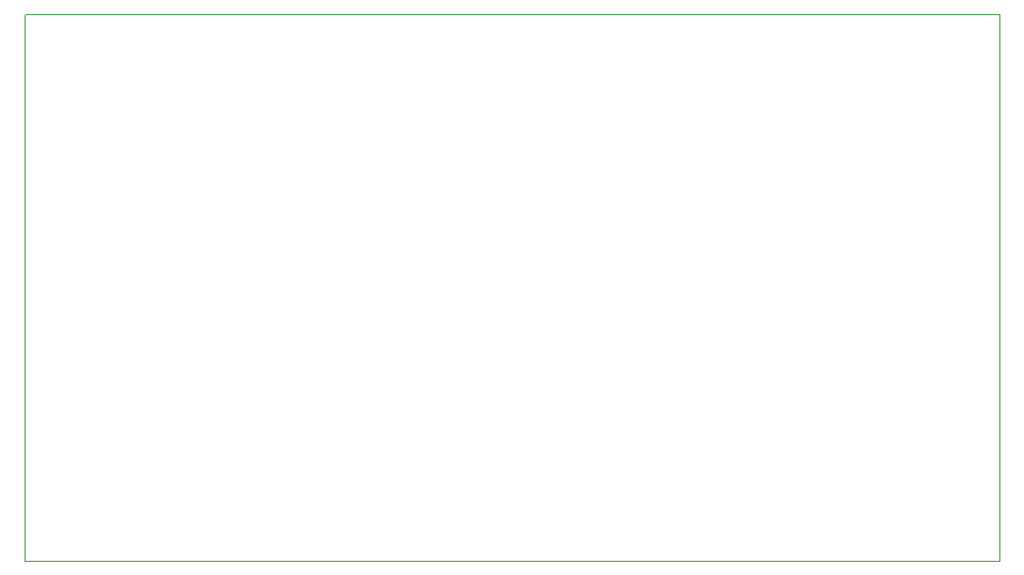
<source format=gbr>
%TF.GenerationSoftware,KiCad,Pcbnew,(5.0.0)*%
%TF.CreationDate,2018-07-29T14:19:51+09:00*%
%TF.ProjectId,mc33063buck1,6D6333333036336275636B312E6B6963,rev?*%
%TF.SameCoordinates,Original*%
%TF.FileFunction,Profile,NP*%
%FSLAX46Y46*%
G04 Gerber Fmt 4.6, Leading zero omitted, Abs format (unit mm)*
G04 Created by KiCad (PCBNEW (5.0.0)) date 07/29/18 14:19:51*
%MOMM*%
%LPD*%
G01*
G04 APERTURE LIST*
%ADD10C,0.100000*%
G04 APERTURE END LIST*
D10*
X101968300Y-18897600D02*
X14770100Y-18897600D01*
X101968300Y-67919600D02*
X101968300Y-18897600D01*
X14744700Y-67919600D02*
X101968300Y-67919600D01*
X14744700Y-18973800D02*
X14744700Y-67919600D01*
M02*

</source>
